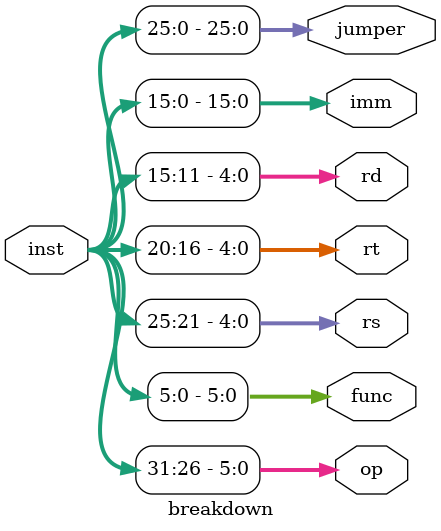
<source format=v>
module breakdown(inst,op,func,rs,rt,rd,imm,jumper);

  input [31:0] inst;
  output reg [5:0]op, func;
  output reg [4:0] rs,rt,rd;
  output reg [15:0] imm;
  output reg [25:0] jumper;

  always@(inst)
    begin
      op = inst[31:26];
      rs = inst[25:21];
      rt = inst[20:16];
      rd = inst[15:11];
      func = inst[5:0];
      imm = inst[15:0];
      jumper = inst[25:0];
    end
endmodule

</source>
